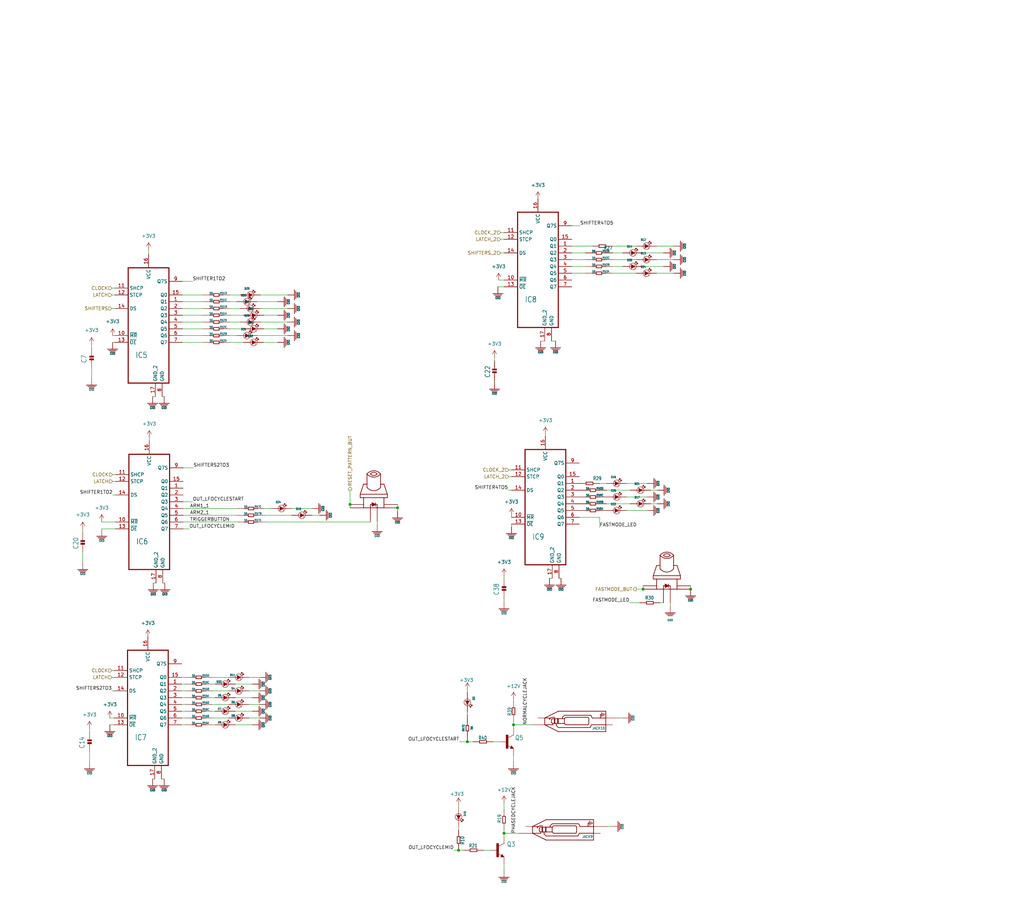
<source format=kicad_sch>
(kicad_sch (version 20211123) (generator eeschema)
  (paper "User" 383.413 344.754)
  (junction (at 240.792 220.726))
  (junction (at 148.844 190.246))
  (junction (at 258.572 220.726))
  (junction (at 175.006 277.876))
  (junction (at 188.722 312.166))
  (junction (at 192.278 271.526))
  (junction (at 131.064 188.976))
  (junction (at 171.704 318.516))
  (wire (pts (xy 175.006 267.716) (xy 175.006 266.954)))
  (wire (pts (xy 188.722 215.646) (xy 188.722 216.662)))
  (wire (pts (xy 171.704 309.88) (xy 171.704 310.896)))
  (wire (pts (xy 234.696 181.102) (xy 242.316 181.102)))
  (wire (pts (xy 55.626 93.472) (xy 55.626 95.25)))
  (wire (pts (xy 187.452 94.742) (xy 188.722 94.742)))
  (wire (pts (xy 43.18 177.8) (xy 42.164 177.8)))
  (wire (pts (xy 68.326 105.41) (xy 72.136 105.41)))
  (wire (pts (xy 177.038 277.876) (xy 175.006 277.876)))
  (wire (pts (xy 42.926 107.95) (xy 41.91 107.95)))
  (wire (pts (xy 42.672 271.526) (xy 41.148 271.526)))
  (wire (pts (xy 185.166 143.256) (xy 185.166 142.748)))
  (wire (pts (xy 61.722 218.44) (xy 60.96 218.44)))
  (wire (pts (xy 42.164 128.27) (xy 42.926 128.27)))
  (wire (pts (xy 93.218 268.986) (xy 97.028 268.986)))
  (wire (pts (xy 43.18 185.42) (xy 42.164 185.42)))
  (wire (pts (xy 138.684 195.58) (xy 138.684 195.326)))
  (wire (pts (xy 68.58 190.5) (xy 88.9 190.5)))
  (wire (pts (xy 240.792 99.822) (xy 248.412 99.822)))
  (wire (pts (xy 186.69 104.902) (xy 188.722 104.902)))
  (wire (pts (xy 42.926 110.49) (xy 41.91 110.49)))
  (wire (pts (xy 88.9 195.58) (xy 68.58 195.58)))
  (wire (pts (xy 192.278 262.636) (xy 192.278 261.874)))
  (wire (pts (xy 191.516 193.04) (xy 191.516 193.802)))
  (wire (pts (xy 68.58 198.12) (xy 70.866 198.12)))
  (wire (pts (xy 131.064 188.976) (xy 131.064 190.246)))
  (wire (pts (xy 94.488 271.526) (xy 88.138 271.526)))
  (wire (pts (xy 242.316 186.182) (xy 234.696 186.182)))
  (wire (pts (xy 68.072 271.526) (xy 69.342 271.526)))
  (wire (pts (xy 97.536 110.49) (xy 107.696 110.49)))
  (wire (pts (xy 148.844 190.246) (xy 148.844 191.516)))
  (wire (pts (xy 88.138 261.366) (xy 94.488 261.366)))
  (wire (pts (xy 190.246 183.642) (xy 191.516 183.642)))
  (wire (pts (xy 171.704 318.516) (xy 173.482 318.516)))
  (wire (pts (xy 68.072 266.446) (xy 69.342 266.446)))
  (wire (pts (xy 86.106 118.11) (xy 91.186 118.11)))
  (wire (pts (xy 231.902 268.986) (xy 232.918 268.986)))
  (wire (pts (xy 98.806 128.27) (xy 103.886 128.27)))
  (wire (pts (xy 99.06 193.04) (xy 109.22 193.04)))
  (wire (pts (xy 43.18 198.12) (xy 38.1 198.12)))
  (wire (pts (xy 188.722 310.896) (xy 188.722 312.166)))
  (wire (pts (xy 97.028 253.746) (xy 93.218 253.746)))
  (wire (pts (xy 88.138 266.446) (xy 94.488 266.446)))
  (wire (pts (xy 181.102 318.516) (xy 183.642 318.516)))
  (wire (pts (xy 61.468 291.846) (xy 60.452 291.846)))
  (wire (pts (xy 224.536 193.802) (xy 216.916 193.802)))
  (wire (pts (xy 103.886 113.03) (xy 96.266 113.03)))
  (wire (pts (xy 68.072 261.366) (xy 69.342 261.366)))
  (wire (pts (xy 245.872 97.282) (xy 252.222 97.282)))
  (wire (pts (xy 68.58 175.26) (xy 72.39 175.26)))
  (wire (pts (xy 68.326 118.11) (xy 75.946 118.11)))
  (wire (pts (xy 61.468 148.59) (xy 60.706 148.59)))
  (wire (pts (xy 38.1 198.12) (xy 38.1 198.374)))
  (wire (pts (xy 240.792 219.456) (xy 240.792 220.726)))
  (wire (pts (xy 33.528 285.496) (xy 33.528 281.686)))
  (wire (pts (xy 42.672 251.206) (xy 41.91 251.206)))
  (wire (pts (xy 239.522 225.806) (xy 235.712 225.806)))
  (wire (pts (xy 187.452 89.662) (xy 188.722 89.662)))
  (wire (pts (xy 99.06 190.5) (xy 101.6 190.5)))
  (wire (pts (xy 141.224 196.596) (xy 141.224 195.326)))
  (wire (pts (xy 103.886 123.19) (xy 98.806 123.19)))
  (wire (pts (xy 252.222 92.202) (xy 245.872 92.202)))
  (wire (pts (xy 131.064 183.642) (xy 131.064 188.976)))
  (wire (pts (xy 238.252 220.726) (xy 240.792 220.726)))
  (wire (pts (xy 68.326 125.73) (xy 75.946 125.73)))
  (wire (pts (xy 86.106 125.73) (xy 88.646 125.73)))
  (wire (pts (xy 235.966 188.722) (xy 227.076 188.722)))
  (wire (pts (xy 41.91 258.826) (xy 42.672 258.826)))
  (wire (pts (xy 188.722 323.596) (xy 188.722 326.136)))
  (wire (pts (xy 204.216 162.56) (xy 204.216 163.322)))
  (wire (pts (xy 188.722 312.166) (xy 188.722 313.436)))
  (wire (pts (xy 86.106 115.57) (xy 89.916 115.57)))
  (wire (pts (xy 43.18 180.34) (xy 42.164 180.34)))
  (wire (pts (xy 192.278 271.526) (xy 192.278 272.796)))
  (wire (pts (xy 57.15 148.59) (xy 58.166 148.59)))
  (wire (pts (xy 97.028 263.906) (xy 93.218 263.906)))
  (wire (pts (xy 79.502 263.906) (xy 85.598 263.906)))
  (wire (pts (xy 68.072 268.986) (xy 69.342 268.986)))
  (wire (pts (xy 68.072 263.906) (xy 69.342 263.906)))
  (wire (pts (xy 79.502 271.526) (xy 80.518 271.526)))
  (wire (pts (xy 86.106 120.65) (xy 89.916 120.65)))
  (wire (pts (xy 68.326 123.19) (xy 75.946 123.19)))
  (wire (pts (xy 97.536 115.57) (xy 107.696 115.57)))
  (wire (pts (xy 93.218 258.826) (xy 97.028 258.826)))
  (wire (pts (xy 217.17 84.582) (xy 214.122 84.582)))
  (wire (pts (xy 188.722 303.276) (xy 188.722 300.736)))
  (wire (pts (xy 229.362 99.822) (xy 233.172 99.822)))
  (wire (pts (xy 202.438 127.762) (xy 203.962 127.762)))
  (wire (pts (xy 227.076 183.642) (xy 235.966 183.642)))
  (wire (pts (xy 55.88 163.83) (xy 55.88 165.1)))
  (wire (pts (xy 171.704 318.516) (xy 169.926 318.516)))
  (wire (pts (xy 258.572 220.726) (xy 258.572 219.456)))
  (wire (pts (xy 224.536 181.102) (xy 227.076 181.102)))
  (wire (pts (xy 240.792 94.742) (xy 248.412 94.742)))
  (wire (pts (xy 42.672 268.986) (xy 41.148 268.986)))
  (wire (pts (xy 243.586 183.642) (xy 246.126 183.642)))
  (wire (pts (xy 107.696 120.65) (xy 97.536 120.65)))
  (wire (pts (xy 229.362 102.362) (xy 238.252 102.362)))
  (wire (pts (xy 191.516 176.022) (xy 190.5 176.022)))
  (wire (pts (xy 188.722 312.166) (xy 194.31 312.166)))
  (wire (pts (xy 68.326 110.49) (xy 75.946 110.49)))
  (wire (pts (xy 243.586 188.722) (xy 246.126 188.722)))
  (wire (pts (xy 192.278 282.956) (xy 192.278 285.496)))
  (wire (pts (xy 238.252 92.202) (xy 229.362 92.202)))
  (wire (pts (xy 171.704 302.26) (xy 171.704 301.498)))
  (wire (pts (xy 99.06 195.58) (xy 138.684 195.58)))
  (wire (pts (xy 227.33 309.626) (xy 228.854 309.626)))
  (wire (pts (xy 247.142 225.806) (xy 248.412 225.806)))
  (wire (pts (xy 210.058 216.662) (xy 209.296 216.662)))
  (wire (pts (xy 94.488 256.286) (xy 88.138 256.286)))
  (wire (pts (xy 186.436 107.442) (xy 188.722 107.442)))
  (wire (pts (xy 79.502 266.446) (xy 80.518 266.446)))
  (wire (pts (xy 192.278 270.256) (xy 192.278 271.526)))
  (wire (pts (xy 57.15 291.846) (xy 57.912 291.846)))
  (wire (pts (xy 224.536 197.612) (xy 224.536 193.802)))
  (wire (pts (xy 98.806 118.11) (xy 103.886 118.11)))
  (wire (pts (xy 68.072 253.746) (xy 69.342 253.746)))
  (wire (pts (xy 68.326 115.57) (xy 75.946 115.57)))
  (wire (pts (xy 234.696 191.262) (xy 242.316 191.262)))
  (wire (pts (xy 221.742 92.202) (xy 214.122 92.202)))
  (wire (pts (xy 30.988 207.01) (xy 30.988 210.82)))
  (wire (pts (xy 171.958 277.876) (xy 175.006 277.876)))
  (wire (pts (xy 79.502 253.746) (xy 85.598 253.746)))
  (wire (pts (xy 250.952 227.076) (xy 250.952 225.806)))
  (wire (pts (xy 119.634 193.04) (xy 116.84 193.04)))
  (wire (pts (xy 191.516 178.562) (xy 190.5 178.562)))
  (wire (pts (xy 68.072 256.286) (xy 69.342 256.286)))
  (wire (pts (xy 219.202 97.282) (xy 214.122 97.282)))
  (wire (pts (xy 68.58 193.04) (xy 88.9 193.04)))
  (wire (pts (xy 34.29 130.302) (xy 34.29 129.032)))
  (wire (pts (xy 38.1 195.58) (xy 38.1 195.326)))
  (wire (pts (xy 245.872 102.362) (xy 252.222 102.362)))
  (wire (pts (xy 68.326 120.65) (xy 75.946 120.65)))
  (wire (pts (xy 233.172 94.742) (xy 229.362 94.742)))
  (wire (pts (xy 33.528 272.796) (xy 33.528 274.066)))
  (wire (pts (xy 68.58 187.96) (xy 72.136 187.96)))
  (wire (pts (xy 184.658 277.876) (xy 187.198 277.876)))
  (wire (pts (xy 79.502 256.286) (xy 80.518 256.286)))
  (wire (pts (xy 219.202 99.822) (xy 214.122 99.822)))
  (wire (pts (xy 57.404 218.44) (xy 58.42 218.44)))
  (wire (pts (xy 205.74 216.662) (xy 206.756 216.662)))
  (wire (pts (xy 86.106 123.19) (xy 91.186 123.19)))
  (wire (pts (xy 191.516 197.358) (xy 191.516 196.342)))
  (wire (pts (xy 219.202 94.742) (xy 214.122 94.742)))
  (wire (pts (xy 43.18 195.58) (xy 38.1 195.58)))
  (wire (pts (xy 208.026 127.762) (xy 206.502 127.762)))
  (wire (pts (xy 79.502 261.366) (xy 80.518 261.366)))
  (wire (pts (xy 42.164 125.73) (xy 42.926 125.73)))
  (wire (pts (xy 187.452 87.122) (xy 188.722 87.122)))
  (wire (pts (xy 79.502 268.986) (xy 85.598 268.986)))
  (wire (pts (xy 86.106 128.27) (xy 91.186 128.27)))
  (wire (pts (xy 42.672 253.746) (xy 41.91 253.746)))
  (wire (pts (xy 185.166 133.858) (xy 185.166 135.128)))
  (wire (pts (xy 109.22 190.5) (xy 116.84 190.5)))
  (wire (pts (xy 86.106 113.03) (xy 88.646 113.03)))
  (wire (pts (xy 219.202 102.362) (xy 214.122 102.362)))
  (wire (pts (xy 107.696 125.73) (xy 96.266 125.73)))
  (wire (pts (xy 238.252 97.282) (xy 229.362 97.282)))
  (wire (pts (xy 42.926 115.57) (xy 41.91 115.57)))
  (wire (pts (xy 175.006 259.334) (xy 175.006 258.318)))
  (wire (pts (xy 188.722 225.552) (xy 188.722 224.282)))
  (wire (pts (xy 34.29 137.922) (xy 34.29 141.732)))
  (wire (pts (xy 86.106 110.49) (xy 89.916 110.49)))
  (wire (pts (xy 68.072 258.826) (xy 69.342 258.826)))
  (wire (pts (xy 68.326 128.27) (xy 75.946 128.27)))
  (wire (pts (xy 79.502 258.826) (xy 85.598 258.826)))
  (wire (pts (xy 192.278 271.526) (xy 198.882 271.526)))
  (wire (pts (xy 68.326 113.03) (xy 75.946 113.03)))
  (wire (pts (xy 30.988 198.12) (xy 30.988 199.39)))
  (wire (pts (xy 148.844 190.246) (xy 148.844 188.976)))
  (label "ARM1_1" (at 71.12 190.5 0) (effects (font (size 1.2446 1.2446))))
  (label "FASTMODE_LED" (at 235.712 225.806 180) (effects (font (size 1.2446 1.2446))))
  (label "FASTMODE_LED" (at 224.536 197.612 0) (effects (font (size 1.2446 1.2446))))
  (label "SHIFTER4TO5" (at 190.246 183.642 180))
  (label "TRIGGERBUTTON" (at 71.12 195.58 0) (effects (font (size 1.2446 1.2446))))
  (label "SHIFTERS2TO3" (at 41.91 258.826 180) (effects (font (size 1.2446 1.2446))))
  (label "PHASEDCYCLEJACK" (at 193.294 312.166 90) (effects (font (size 1.2446 1.2446))))
  (label "OUT_LFOCYCLEMID" (at 169.926 318.516 180) (effects (font (size 1.2446 1.2446))))
  (label "SHIFTER1TO2" (at 72.136 105.41 0) (effects (font (size 1.2446 1.2446))))
  (label "OUT_LFOCYCLESTART" (at 171.958 277.876 180) (effects (font (size 1.2446 1.2446))))
  (label "ARM2_1" (at 71.12 193.04 0) (effects (font (size 1.2446 1.2446))))
  (label "OUT_LFOCYCLESTART" (at 72.136 187.96 0) (effects (font (size 1.2446 1.2446))))
  (label "NORMALCYCLEJACK" (at 197.612 271.526 90) (effects (font (size 1.2446 1.2446))))
  (label "OUT_LFOCYCLEMID" (at 70.866 198.12 0) (effects (font (size 1.2446 1.2446))))
  (label "SHIFTERS2TO3" (at 72.39 175.26 0) (effects (font (size 1.2446 1.2446))))
  (label "SHIFTER1TO2" (at 42.164 185.42 180) (effects (font (size 1.2446 1.2446))))
  (label "SHIFTER4TO5" (at 217.17 84.582 0))
  (hierarchical_label "LATCH" (shape input) (at 41.91 110.49 180) (effects (font (size 1.2446 1.2446))))
  (hierarchical_label "RESET_PATTERN_BUT" (shape output) (at 131.064 183.642 90) (effects (font (size 1.2446 1.2446))))
  (hierarchical_label "SHIFTERS_2" (shape input) (at 187.452 94.742 180) (effects (font (size 1.2446 1.2446))))
  (hierarchical_label "LATCH_2" (shape input) (at 190.5 178.562 180) (effects (font (size 1.2446 1.2446))))
  (hierarchical_label "LATCH" (shape input) (at 41.91 253.746 180) (effects (font (size 1.2446 1.2446))))
  (hierarchical_label "CLOCK_2" (shape input) (at 190.5 176.022 180) (effects (font (size 1.2446 1.2446))))
  (hierarchical_label "LATCH" (shape input) (at 42.164 180.34 180) (effects (font (size 1.2446 1.2446))))
  (hierarchical_label "FASTMODE_BUT" (shape output) (at 238.252 220.726 180) (effects (font (size 1.2446 1.2446))))
  (hierarchical_label "CLOCK_2" (shape input) (at 187.452 87.122 180) (effects (font (size 1.2446 1.2446))))
  (hierarchical_label "LATCH_2" (shape input) (at 187.452 89.662 180) (effects (font (size 1.2446 1.2446))))
  (hierarchical_label "CLOCK" (shape input) (at 41.91 107.95 180) (effects (font (size 1.2446 1.2446))))
  (hierarchical_label "SHIFTERS" (shape input) (at 41.91 115.57 180) (effects (font (size 1.2446 1.2446))))
  (hierarchical_label "CLOCK" (shape input) (at 41.91 251.206 180) (effects (font (size 1.2446 1.2446))))
  (hierarchical_label "CLOCK" (shape input) (at 42.164 177.8 180) (effects (font (size 1.2446 1.2446))))
  (symbol (lib_id "TINRS - Wobbler (pico)sch-eagle-import:GND") (at 250.952 229.616 0) (unit 1)
    (property "Reference" "#GND099" (effects hide))
    (property "Value" "GND" (at 250.952 231.902 0) (effects (font (size 0.762 0.6477)) (justify top)))
  )
  (symbol (lib_id "TINRS - Wobbler (pico)sch-eagle-import:4R-N0402ARV341") (at 74.422 266.446 0) (unit 3)
    (property "Reference" "RN6" (at 75.692 266.192 0) (effects (font (size 0.762 0.6477)) (justify left bottom)))
    (property "Value" "56" (at 73.152 266.192 0) (effects (font (size 0.762 0.6477)) (justify right bottom)))
    (property "Footprint" "TINRS - Wobbler (pico)sch:4X0402ARV341" (effects hide))
  )
  (symbol (lib_id "TINRS - Wobbler (pico)sch-eagle-import:GND") (at 97.028 256.286 90) (unit 1)
    (property "Reference" "#GND056" (effects hide))
    (property "Value" "GND" (at 98.298 256.286 0) (effects (font (size 0.762 0.6477)) (justify top)))
  )
  (symbol (lib_id "TINRS - Wobbler (pico)sch-eagle-import:4R-N0402ARV341") (at 81.026 125.73 0) (unit 2)
    (property "Reference" "RN2" (at 82.296 125.476 0) (effects (font (size 0.762 0.6477)) (justify left bottom)))
    (property "Value" "56" (at 79.756 125.476 0) (effects (font (size 0.762 0.6477)) (justify right bottom)))
    (property "Footprint" "TINRS - Wobbler (pico)sch:4X0402ARV341" (effects hide))
  )
  (symbol (lib_id "TINRS - Wobbler (pico)sch-eagle-import:GND") (at 61.468 151.13 0) (unit 1)
    (property "Reference" "#GND097" (effects hide))
    (property "Value" "GND" (at 61.468 152.4 0) (effects (font (size 0.762 0.6477)) (justify top)))
  )
  (symbol (lib_id "TINRS - Wobbler (pico)sch-eagle-import:4R-N0402ARV341") (at 224.282 97.282 0) (unit 3)
    (property "Reference" "RN3" (at 225.552 97.028 0) (effects (font (size 0.762 0.6477)) (justify left bottom)))
    (property "Value" "56" (at 223.012 97.028 0) (effects (font (size 0.762 0.6477)) (justify right bottom)))
    (property "Footprint" "TINRS - Wobbler (pico)sch:4X0402ARV341" (effects hide))
  )
  (symbol (lib_id "TINRS - Wobbler (pico)sch-eagle-import:4R-N0402ARV341") (at 221.996 188.722 0) (unit 2)
    (property "Reference" "RN9" (at 223.266 188.468 0) (effects (font (size 0.762 0.6477)) (justify left bottom)))
    (property "Value" "56" (at 220.726 188.468 0) (effects (font (size 0.762 0.6477)) (justify right bottom)))
    (property "Footprint" "TINRS - Wobbler (pico)sch:4X0402ARV341" (effects hide))
  )
  (symbol (lib_id "TINRS - Wobbler (pico)sch-eagle-import:4R-N0402ARV341") (at 81.026 115.57 0) (unit 2)
    (property "Reference" "RN1" (at 82.296 115.316 0) (effects (font (size 0.762 0.6477)) (justify left bottom)))
    (property "Value" "56" (at 79.756 115.316 0) (effects (font (size 0.762 0.6477)) (justify right bottom)))
    (property "Footprint" "TINRS - Wobbler (pico)sch:4X0402ARV341" (effects hide))
  )
  (symbol (lib_id "TINRS - Wobbler (pico)sch-eagle-import:GND") (at 205.74 219.202 0) (unit 1)
    (property "Reference" "#GND0128" (effects hide))
    (property "Value" "GND" (at 205.74 220.472 0) (effects (font (size 0.762 0.6477)) (justify top)))
  )
  (symbol (lib_id "TINRS - Wobbler (pico)sch-eagle-import:GND") (at 61.722 220.98 0) (unit 1)
    (property "Reference" "#GND095" (effects hide))
    (property "Value" "GND" (at 61.722 222.25 0) (effects (font (size 0.762 0.6477)) (justify top)))
  )
  (symbol (lib_id "TINRS - Wobbler (pico)sch-eagle-import:LED3MM") (at 230.886 181.102 0) (unit 1)
    (property "Reference" "D16" (at 228.6762 178.308 0) (effects (font (size 0.762 0.6477)) (justify left top)))
    (property "Value" "LED3MM" (effects hide))
    (property "Footprint" "3MMLED" (effects hide))
  )
  (symbol (lib_id "TINRS - Wobbler (pico)sch-eagle-import:GND") (at 30.988 213.36 0) (unit 1)
    (property "Reference" "#GND083" (effects hide))
    (property "Value" "GND" (at 30.988 214.63 0) (effects (font (size 0.762 0.6477)) (justify top)))
  )
  (symbol (lib_id "TINRS - Wobbler (pico)sch-eagle-import:GND") (at 250.952 94.742 90) (unit 1)
    (property "Reference" "#GND032" (effects hide))
    (property "Value" "GND" (at 252.222 94.742 0) (effects (font (size 0.762 0.6477)) (justify top)))
  )
  (symbol (lib_id "power:+3.3V") (at 55.372 238.506 0) (unit 1)
    (property "Reference" "#PWR0135" (effects hide))
    (property "Value" "+3.3V" (at 55.372 233.426 0))
  )
  (symbol (lib_id "TINRS - Wobbler (pico)sch-eagle-import:LED3MM") (at 236.982 99.822 0) (unit 1)
    (property "Reference" "D35" (at 234.7722 97.028 0) (effects (font (size 0.762 0.6477)) (justify left top)))
    (property "Value" "LED3MM" (effects hide))
    (property "Footprint" "3MMLED" (effects hide))
  )
  (symbol (lib_id "TINRS - Wobbler (pico)sch-eagle-import:GND") (at 235.458 268.986 90) (unit 1)
    (property "Reference" "#GND0143" (effects hide))
    (property "Value" "GND" (at 236.728 268.986 0) (effects (font (size 0.762 0.6477)) (justify top)))
  )
  (symbol (lib_id "TINRS - Wobbler (pico)sch-eagle-import:GND") (at 258.572 223.266 0) (unit 1)
    (property "Reference" "#GND0122" (effects hide))
    (property "Value" "GND" (at 258.572 224.536 0) (effects (font (size 0.762 0.6477)) (justify top)))
  )
  (symbol (lib_id "TINRS - Wobbler (pico)sch-eagle-import:R-0603") (at 192.278 266.446 90) (unit 1)
    (property "Reference" "R39" (at 191.516 268.224 0) (effects (font (size 1.27 1.0795)) (justify left bottom)))
    (property "Value" "10k" (at 195.072 268.224 0) (effects (font (size 1.27 1.0795)) (justify left bottom)))
    (property "Footprint" "R0603" (effects hide))
    (property "Value" "unknown" (effects hide))
  )
  (symbol (lib_id "TINRS - Wobbler (pico)sch-eagle-import:4R-N0402ARV341") (at 221.996 186.182 0) (unit 3)
    (property "Reference" "RN9" (at 223.266 185.928 0) (effects (font (size 0.762 0.6477)) (justify left bottom)))
    (property "Value" "56" (at 220.726 185.928 0) (effects (font (size 0.762 0.6477)) (justify right bottom)))
    (property "Footprint" "TINRS - Wobbler (pico)sch:4X0402ARV341" (effects hide))
  )
  (symbol (lib_id "TINRS - Wobbler (pico)sch-eagle-import:GND") (at 106.426 118.11 90) (mirror x) (unit 1)
    (property "Reference" "#GND066" (effects hide))
    (property "Value" "GND" (at 107.696 118.11 0) (effects (font (size 0.762 0.6477)) (justify top)))
  )
  (symbol (lib_id "TINRS - Wobbler (pico)sch-eagle-import:74HC595BQ") (at 55.372 263.906 0) (unit 1)
    (property "Reference" "IC7" (at 50.419 277.4188 0) (effects (font (size 2.0828 1.7703)) (justify left bottom)))
    (property "Value" "74HC595BQ" (at 64.262 274.066 90) (effects (font (size 1.016 0.8636)) (justify right top)))
    (property "Footprint" "QFN50P250X350X100-17N" (effects hide))
    (property "Value" "NXP" (effects hide))
  )
  (symbol (lib_id "TINRS - Wobbler (pico)sch-eagle-import:GND") (at 99.568 268.986 90) (mirror x) (unit 1)
    (property "Reference" "#GND058" (effects hide))
    (property "Value" "GND" (at 100.838 268.986 0) (effects (font (size 0.762 0.6477)) (justify top)))
  )
  (symbol (lib_id "TINRS - Wobbler (pico)sch-eagle-import:GND") (at 97.028 261.366 90) (mirror x) (unit 1)
    (property "Reference" "#GND063" (effects hide))
    (property "Value" "GND" (at 98.298 261.366 0) (effects (font (size 0.762 0.6477)) (justify top)))
  )
  (symbol (lib_id "TINRS - Wobbler (pico)sch-eagle-import:GND") (at 38.1 200.914 0) (unit 1)
    (property "Reference" "#GND021" (effects hide))
    (property "Value" "GND" (at 38.1 202.184 0) (effects (font (size 0.762 0.6477)) (justify top)))
  )
  (symbol (lib_id "TINRS - Wobbler (pico)sch-eagle-import:4R-N0402ARV341") (at 74.422 253.746 0) (unit 4)
    (property "Reference" "RN5" (at 75.692 253.492 0) (effects (font (size 0.762 0.6477)) (justify left bottom)))
    (property "Value" "56" (at 73.152 253.492 0) (effects (font (size 0.762 0.6477)) (justify right bottom)))
    (property "Footprint" "TINRS - Wobbler (pico)sch:4X0402ARV341" (effects hide))
  )
  (symbol (lib_id "TINRS - Wobbler (pico)sch-eagle-import:C-EUC0402") (at 33.528 279.146 180) (unit 1)
    (property "Reference" "C14" (at 29.718 275.844 90) (effects (font (size 1.778 1.5113)) (justify left bottom)))
    (property "Value" "100nF" (at 34.798 274.828 90) (effects (font (size 1.778 1.5113)) (justify left bottom)))
    (property "Footprint" "C0402" (effects hide))
    (property "Value" "1759017" (effects hide))
  )
  (symbol (lib_id "TINRS - Wobbler (pico)sch-eagle-import:4R-N0402ARV341") (at 175.006 272.796 90) (unit 4)
    (property "Reference" "RN7" (at 173.99 274.066 0) (effects (font (size 0.762 0.6477)) (justify left bottom)))
    (property "Value" "56" (at 177.038 272.034 0) (effects (font (size 0.762 0.6477)) (justify right bottom)))
    (property "Footprint" "TINRS - Wobbler (pico)sch:4X0402ARV341" (effects hide))
  )
  (symbol (lib_id "power:+3.3V") (at 55.626 93.472 0) (unit 1)
    (property "Reference" "#PWR0124" (effects hide))
    (property "Value" "+3.3V" (at 55.626 88.392 0))
  )
  (symbol (lib_id "TINRS - Wobbler (pico)sch-eagle-import:GND") (at 42.164 130.81 0) (unit 1)
    (property "Reference" "#GND038" (effects hide))
    (property "Value" "GND" (at 42.164 132.08 0) (effects (font (size 0.762 0.6477)) (justify top)))
  )
  (symbol (lib_id "TINRS - Wobbler (pico)sch-eagle-import:GND") (at 191.516 199.898 0) (unit 1)
    (property "Reference" "#GND0130" (effects hide))
    (property "Value" "GND" (at 191.516 201.168 0) (effects (font (size 0.762 0.6477)) (justify top)))
  )
  (symbol (lib_id "TINRS - Wobbler (pico)sch-eagle-import:4R-N0402ARV341") (at 221.996 191.262 0) (unit 1)
    (property "Reference" "RN9" (at 223.266 191.008 0) (effects (font (size 0.762 0.6477)) (justify left bottom)))
    (property "Value" "56" (at 220.726 191.008 0) (effects (font (size 0.762 0.6477)) (justify right bottom)))
    (property "Footprint" "TINRS - Wobbler (pico)sch:4X0402ARV341" (effects hide))
  )
  (symbol (lib_id "TINRS - Wobbler (pico)sch-eagle-import:GND") (at 106.426 128.27 90) (unit 1)
    (property "Reference" "#GND057" (effects hide))
    (property "Value" "GND" (at 107.696 128.27 0) (effects (font (size 0.762 0.6477)) (justify top)))
  )
  (symbol (lib_id "TINRS - Wobbler (pico)sch-eagle-import:GND") (at 244.856 191.262 90) (unit 1)
    (property "Reference" "#GND0127" (effects hide))
    (property "Value" "GND" (at 246.126 191.262 0) (effects (font (size 0.762 0.6477)) (justify top)))
  )
  (symbol (lib_id "TINRS - Wobbler (pico)sch-eagle-import:C-EUC0402") (at 34.29 135.382 180) (unit 1)
    (property "Reference" "C7" (at 30.48 132.842 90) (effects (font (size 1.778 1.5113)) (justify left bottom)))
    (property "Value" "100nF" (at 35.306 130.81 90) (effects (font (size 1.778 1.5113)) (justify left bottom)))
    (property "Footprint" "C0402" (effects hide))
    (property "Value" "1759017" (effects hide))
  )
  (symbol (lib_id "TINRS - Wobbler (pico)sch-eagle-import:LED3MM") (at 93.726 120.65 0) (unit 1)
    (property "Reference" "D29" (at 91.5162 117.856 0) (effects (font (size 0.762 0.6477)) (justify left top)))
    (property "Value" "LED3MM" (effects hide))
    (property "Footprint" "3MMLED" (effects hide))
  )
  (symbol (lib_id "TINRS - Wobbler (pico)sch-eagle-import:C-EUC0402") (at 188.722 221.742 180) (unit 1)
    (property "Reference" "C38" (at 184.912 218.44 90) (effects (font (size 1.778 1.5113)) (justify left bottom)))
    (property "Value" "100nF" (at 189.992 217.678 90) (effects (font (size 1.778 1.5113)) (justify left bottom)))
    (property "Footprint" "C0402" (effects hide))
    (property "Value" "1759017" (effects hide))
  )
  (symbol (lib_id "power:+3.3V") (at 185.166 133.858 0) (unit 1)
    (property "Reference" "#PWR0123" (effects hide))
    (property "Value" "+3.3V" (at 185.166 128.778 0))
  )
  (symbol (lib_id "TINRS - Wobbler (pico)sch-eagle-import:GND") (at 97.028 271.526 90) (mirror x) (unit 1)
    (property "Reference" "#GND059" (effects hide))
    (property "Value" "GND" (at 98.298 271.526 0) (effects (font (size 0.762 0.6477)) (justify top)))
  )
  (symbol (lib_id "TINRS - Wobbler (pico)sch-eagle-import:LED3MM") (at 92.456 125.73 0) (unit 1)
    (property "Reference" "D31" (at 90.2462 122.936 0) (effects (font (size 0.762 0.6477)) (justify left top)))
    (property "Value" "LED3MM" (effects hide))
    (property "Footprint" "3MMLED" (effects hide))
  )
  (symbol (lib_id "TINRS - Wobbler (pico)sch-eagle-import:GND") (at 186.436 109.982 0) (unit 1)
    (property "Reference" "#GND085" (effects hide))
    (property "Value" "GND" (at 186.436 111.252 0) (effects (font (size 0.762 0.6477)) (justify top)))
  )
  (symbol (lib_id "TINRS - Wobbler (pico)sch-eagle-import:LED3MM") (at 89.408 258.826 0) (unit 1)
    (property "Reference" "D4" (at 86.614 257.556 0) (effects (font (size 0.762 0.6477)) (justify left top)))
    (property "Value" "LED3MM" (effects hide))
    (property "Footprint" "3MMLED" (effects hide))
  )
  (symbol (lib_id "TINRS - Wobbler (pico)sch-eagle-import:4R-N0402ARV341") (at 74.422 261.366 0) (unit 1)
    (property "Reference" "RN5" (at 75.692 261.112 0) (effects (font (size 0.762 0.6477)) (justify left bottom)))
    (property "Value" "56" (at 73.152 261.112 0) (effects (font (size 0.762 0.6477)) (justify right bottom)))
    (property "Footprint" "TINRS - Wobbler (pico)sch:4X0402ARV341" (effects hide))
  )
  (symbol (lib_id "power:+3.3V") (at 186.69 104.902 0) (unit 1)
    (property "Reference" "#PWR0122" (effects hide))
    (property "Value" "+3.3V" (at 186.69 99.822 0))
  )
  (symbol (lib_id "TINRS - Wobbler (pico)sch-eagle-import:74HC595BQ") (at 201.422 99.822 0) (unit 1)
    (property "Reference" "IC8" (at 196.469 113.3348 0) (effects (font (size 2.0828 1.7703)) (justify left bottom)))
    (property "Value" "74HC595BQ" (at 210.312 109.982 90) (effects (font (size 1.016 0.8636)) (justify right top)))
    (property "Footprint" "QFN50P250X350X100-17N" (effects hide))
    (property "Value" "NXP" (effects hide))
  )
  (symbol (lib_id "TINRS - Wobbler (pico)sch-eagle-import:4R-N0402ARV341") (at 224.282 99.822 0) (unit 2)
    (property "Reference" "RN3" (at 225.552 99.568 0) (effects (font (size 0.762 0.6477)) (justify left bottom)))
    (property "Value" "56" (at 223.012 99.568 0) (effects (font (size 0.762 0.6477)) (justify right bottom)))
    (property "Footprint" "TINRS - Wobbler (pico)sch:4X0402ARV341" (effects hide))
  )
  (symbol (lib_id "TINRS - Wobbler (pico)sch-eagle-import:GND") (at 61.468 294.386 0) (unit 1)
    (property "Reference" "#GND075" (effects hide))
    (property "Value" "GND" (at 61.468 295.656 0) (effects (font (size 0.762 0.6477)) (justify top)))
  )
  (symbol (lib_id "power:+3.3V") (at 34.29 129.032 0) (unit 1)
    (property "Reference" "#PWR0131" (effects hide))
    (property "Value" "+3.3V" (at 34.29 123.698 0))
  )
  (symbol (lib_id "TINRS - Wobbler (pico)sch-eagle-import:GND") (at 208.026 130.302 0) (unit 1)
    (property "Reference" "#GND084" (effects hide))
    (property "Value" "GND" (at 208.026 131.572 0) (effects (font (size 0.762 0.6477)) (justify top)))
  )
  (symbol (lib_id "TINRS - Wobbler (pico)sch-eagle-import:LED3MM") (at 84.328 271.526 0) (unit 1)
    (property "Reference" "D9" (at 81.534 270.256 0) (effects (font (size 0.762 0.6477)) (justify left top)))
    (property "Value" "LED3MM" (effects hide))
    (property "Footprint" "3MMLED" (effects hide))
  )
  (symbol (lib_id "TINRS - Wobbler (pico)sch-eagle-import:LED3MM") (at 230.886 191.262 0) (unit 1)
    (property "Reference" "D22" (at 228.6762 188.468 0) (effects (font (size 0.762 0.6477)) (justify left top)))
    (property "Value" "LED3MM" (effects hide))
    (property "Footprint" "3MMLED" (effects hide))
  )
  (symbol (lib_id "power:+3.3V") (at 38.1 195.326 0) (unit 1)
    (property "Reference" "#PWR0127" (effects hide))
    (property "Value" "+3.3V" (at 38.1 190.246 0))
  )
  (symbol (lib_id "power:+3.3V") (at 191.516 193.04 0) (unit 1)
    (property "Reference" "#PWR0128" (effects hide))
    (property "Value" "+3.3V" (at 191.516 187.96 0))
  )
  (symbol (lib_id "TINRS - Wobbler (pico)sch-eagle-import:GND") (at 188.722 328.676 0) (unit 1)
    (property "Reference" "#GND042" (effects hide))
    (property "Value" "GND" (at 188.722 329.946 0) (effects (font (size 0.762 0.6477)) (justify top)))
  )
  (symbol (lib_id "TINRS - Wobbler (pico)sch-eagle-import:GND") (at 188.722 228.092 0) (unit 1)
    (property "Reference" "#GND06" (effects hide))
    (property "Value" "GND" (at 188.722 229.362 0) (effects (font (size 0.762 0.6477)) (justify top)))
  )
  (symbol (lib_id "TINRS - Wobbler (pico)sch-eagle-import:LED3MM") (at 89.408 263.906 0) (unit 1)
    (property "Reference" "D6" (at 86.614 262.636 0) (effects (font (size 0.762 0.6477)) (justify left top)))
    (property "Value" "LED3MM" (effects hide))
    (property "Footprint" "3MMLED" (effects hide))
  )
  (symbol (lib_id "TINRS - Wobbler (pico)sch-eagle-import:GND") (at 248.666 188.722 90) (unit 1)
    (property "Reference" "#GND0123" (effects hide))
    (property "Value" "GND" (at 249.936 188.722 0) (effects (font (size 0.762 0.6477)) (justify top)))
  )
  (symbol (lib_id "TINRS - Wobbler (pico)sch-eagle-import:4R-N0402ARV341") (at 81.026 113.03 0) (unit 3)
    (property "Reference" "RN1" (at 82.296 112.776 0) (effects (font (size 0.762 0.6477)) (justify left bottom)))
    (property "Value" "56" (at 79.756 112.776 0) (effects (font (size 0.762 0.6477)) (justify right bottom)))
    (property "Footprint" "TINRS - Wobbler (pico)sch:4X0402ARV341" (effects hide))
  )
  (symbol (lib_id "TINRS - Wobbler (pico)sch-eagle-import:LED3MM") (at 89.408 268.986 0) (unit 1)
    (property "Reference" "D8" (at 86.614 267.716 0) (effects (font (size 0.762 0.6477)) (justify left top)))
    (property "Value" "LED3MM" (effects hide))
    (property "Footprint" "3MMLED" (effects hide))
  )
  (symbol (lib_id "power:+3.3V") (at 204.216 162.56 0) (unit 1)
    (property "Reference" "#PWR0129" (effects hide))
    (property "Value" "+3.3V" (at 204.216 157.48 0))
  )
  (symbol (lib_id "TINRS - Wobbler (pico)sch-eagle-import:R-0603") (at 180.848 277.876 0) (unit 1)
    (property "Reference" "R40" (at 179.07 277.114 0) (effects (font (size 1.27 1.0795)) (justify left bottom)))
    (property "Value" "100k" (at 178.562 280.67 0) (effects (font (size 1.27 1.0795)) (justify left bottom)))
    (property "Footprint" "R0603" (effects hide))
    (property "Value" "unknown" (effects hide))
  )
  (symbol (lib_id "TINRS - Wobbler (pico)sch-eagle-import:GND") (at 110.236 110.49 90) (mirror x) (unit 1)
    (property "Reference" "#GND071" (effects hide))
    (property "Value" "GND" (at 111.506 110.49 0) (effects (font (size 0.762 0.6477)) (justify top)))
  )
  (symbol (lib_id "TINRS - Wobbler (pico)sch-eagle-import:C-EUC0402") (at 30.988 204.47 180) (unit 1)
    (property "Reference" "C20" (at 27.432 201.168 90) (effects (font (size 1.778 1.5113)) (justify left bottom)))
    (property "Value" "100nF" (at 32.004 199.898 90) (effects (font (size 1.778 1.5113)) (justify left bottom)))
    (property "Footprint" "C0402" (effects hide))
    (property "Value" "1759017" (effects hide))
  )
  (symbol (lib_id "TINRS - Wobbler (pico)sch-eagle-import:LED3MM") (at 242.062 97.282 0) (unit 1)
    (property "Reference" "D13" (at 239.8522 94.488 0) (effects (font (size 0.762 0.6477)) (justify left top)))
    (property "Value" "LED3MM" (effects hide))
    (property "Footprint" "3MMLED" (effects hide))
  )
  (symbol (lib_id "TINRS - Wobbler (pico)sch-eagle-import:LED3MM") (at 239.776 188.722 0) (unit 1)
    (property "Reference" "D17" (at 237.5662 185.928 0) (effects (font (size 0.762 0.6477)) (justify left top)))
    (property "Value" "LED3MM" (effects hide))
    (property "Footprint" "3MMLED" (effects hide))
  )
  (symbol (lib_id "TINRS - Wobbler (pico)sch-eagle-import:LED3MM") (at 94.996 118.11 0) (unit 1)
    (property "Reference" "D28" (at 92.7862 115.316 0) (effects (font (size 0.762 0.6477)) (justify left top)))
    (property "Value" "LED3MM" (effects hide))
    (property "Footprint" "3MMLED" (effects hide))
  )
  (symbol (lib_id "TINRS - Wobbler (pico)sch-eagle-import:LED3MM") (at 175.006 263.144 270) (unit 1)
    (property "Reference" "D3" (at 177.8 260.9342 0) (effects (font (size 0.762 0.6477)) (justify left top)))
    (property "Value" "LED3MM" (effects hide))
    (property "Footprint" "3MMLED" (effects hide))
  )
  (symbol (lib_id "TINRS - Wobbler (pico)sch-eagle-import:GND") (at 106.426 123.19 90) (mirror x) (unit 1)
    (property "Reference" "#GND068" (effects hide))
    (property "Value" "GND" (at 107.696 123.19 0) (effects (font (size 0.762 0.6477)) (justify top)))
  )
  (symbol (lib_id "TINRS - Wobbler (pico)sch-eagle-import:GND") (at 244.856 186.182 90) (unit 1)
    (property "Reference" "#GND0125" (effects hide))
    (property "Value" "GND" (at 246.126 186.182 0) (effects (font (size 0.762 0.6477)) (justify top)))
  )
  (symbol (lib_id "power:+3.3V") (at 41.148 268.986 0) (unit 1)
    (property "Reference" "#PWR0136" (effects hide))
    (property "Value" "+3.3V" (at 41.148 263.906 0))
  )
  (symbol (lib_id "TINRS - Wobbler (pico)sch-eagle-import:LED3MM") (at 242.062 92.202 0) (unit 1)
    (property "Reference" "D12" (at 239.8522 89.408 0) (effects (font (size 0.762 0.6477)) (justify left top)))
    (property "Value" "LED3MM" (effects hide))
    (property "Footprint" "3MMLED" (effects hide))
  )
  (symbol (lib_id "power:+12V") (at 192.278 261.874 0) (unit 1)
    (property "Reference" "#PWR0138" (effects hide))
    (property "Value" "+12V" (at 192.278 257.048 0))
  )
  (symbol (lib_id "TINRS - Wobbler (pico)sch-eagle-import:LED3MM") (at 92.456 113.03 0) (unit 1)
    (property "Reference" "D26" (at 90.2462 110.236 0) (effects (font (size 0.762 0.6477)) (justify left top)))
    (property "Value" "LED3MM" (effects hide))
    (property "Footprint" "3MMLED" (effects hide))
  )
  (symbol (lib_id "power:+3.3V") (at 175.006 258.318 0) (unit 1)
    (property "Reference" "#PWR0139" (effects hide))
    (property "Value" "+3.3V" (at 177.292 254.762 0) (effects (justify right)))
  )
  (symbol (lib_id "power:+3.3V") (at 42.164 125.73 0) (unit 1)
    (property "Reference" "#PWR0125" (effects hide))
    (property "Value" "+3.3V" (at 42.164 120.396 0))
  )
  (symbol (lib_id "TINRS - Wobbler (pico)sch-eagle-import:R-0603") (at 243.332 225.806 180) (unit 1)
    (property "Reference" "R30" (at 244.856 223.266 0) (effects (font (size 1.27 1.0795)) (justify left bottom)))
    (property "Value" "56" (at 244.602 226.568 0) (effects (font (size 1.27 1.0795)) (justify left bottom)))
    (property "Footprint" "R0603" (effects hide))
    (property "Value" "unknown" (effects hide))
  )
  (symbol (lib_id "TINRS - Wobbler (pico)sch-eagle-import:4R-N0402ARV341") (at 74.422 258.826 0) (unit 2)
    (property "Reference" "RN5" (at 75.692 258.572 0) (effects (font (size 0.762 0.6477)) (justify left bottom)))
    (property "Value" "56" (at 73.152 258.572 0) (effects (font (size 0.762 0.6477)) (justify right bottom)))
    (property "Footprint" "TINRS - Wobbler (pico)sch:4X0402ARV341" (effects hide))
  )
  (symbol (lib_id "TINRS - Wobbler (pico)sch-eagle-import:GND") (at 141.224 199.136 0) (unit 1)
    (property "Reference" "#GND045" (effects hide))
    (property "Value" "GND" (at 141.224 200.406 0) (effects (font (size 0.762 0.6477)) (justify top)))
  )
  (symbol (lib_id "TINRS - Wobbler (pico)sch-eagle-import:4R-N0402ARV341") (at 81.026 110.49 0) (unit 4)
    (property "Reference" "RN1" (at 82.296 110.236 0) (effects (font (size 0.762 0.6477)) (justify left bottom)))
    (property "Value" "56" (at 79.756 110.236 0) (effects (font (size 0.762 0.6477)) (justify right bottom)))
    (property "Footprint" "TINRS - Wobbler (pico)sch:4X0402ARV341" (effects hide))
  )
  (symbol (lib_id "power:+3.3V") (at 55.88 163.83 0) (unit 1)
    (property "Reference" "#PWR0126" (effects hide))
    (property "Value" "+3.3V" (at 55.88 158.75 0))
  )
  (symbol (lib_id "TINRS - Wobbler (pico)sch-eagle-import:GND") (at 250.952 99.822 90) (unit 1)
    (property "Reference" "#GND054" (effects hide))
    (property "Value" "GND" (at 252.222 99.822 0) (effects (font (size 0.762 0.6477)) (justify top)))
  )
  (symbol (lib_id "TINRS - Wobbler (pico)sch-eagle-import:LED3MM") (at 239.776 183.642 0) (unit 1)
    (property "Reference" "D21" (at 237.5662 180.848 0) (effects (font (size 0.762 0.6477)) (justify left top)))
    (property "Value" "LED3MM" (effects hide))
    (property "Footprint" "3MMLED" (effects hide))
  )
  (symbol (lib_id "TINRS - Wobbler (pico)sch-eagle-import:GND") (at 254.762 92.202 90) (unit 1)
    (property "Reference" "#GND082" (effects hide))
    (property "Value" "GND" (at 256.032 92.202 0) (effects (font (size 0.762 0.6477)) (justify top)))
  )
  (symbol (lib_id "TINRS - Wobbler (pico)sch-eagle-import:LED3MM") (at 93.726 110.49 0) (unit 1)
    (property "Reference" "D25" (at 91.5162 107.696 0) (effects (font (size 0.762 0.6477)) (justify left top)))
    (property "Value" "LED3MM" (effects hide))
    (property "Footprint" "3MMLED" (effects hide))
  )
  (symbol (lib_id "TINRS - Wobbler (pico)sch-eagle-import:4R-N0402ARV341") (at 81.026 118.11 0) (unit 1)
    (property "Reference" "RN1" (at 82.296 117.856 0) (effects (font (size 0.762 0.6477)) (justify left bottom)))
    (property "Value" "56" (at 79.756 117.856 0) (effects (font (size 0.762 0.6477)) (justify right bottom)))
    (property "Footprint" "TINRS - Wobbler (pico)sch:4X0402ARV341" (effects hide))
  )
  (symbol (lib_id "TINRS - Wobbler (pico)sch-eagle-import:4R-N0402ARV341") (at 74.422 268.986 0) (unit 2)
    (property "Reference" "RN6" (at 75.692 268.732 0) (effects (font (size 0.762 0.6477)) (justify left bottom)))
    (property "Value" "56" (at 73.152 268.732 0) (effects (font (size 0.762 0.6477)) (justify right bottom)))
    (property "Footprint" "TINRS - Wobbler (pico)sch:4X0402ARV341" (effects hide))
  )
  (symbol (lib_id "TINRS - Wobbler (pico)sch-eagle-import:GND") (at 248.666 183.642 90) (unit 1)
    (property "Reference" "#GND0126" (effects hide))
    (property "Value" "GND" (at 249.936 183.642 0) (effects (font (size 0.762 0.6477)) (justify top)))
  )
  (symbol (lib_id "TINRS - Wobbler (pico)sch-eagle-import:GND") (at 99.568 263.906 90) (mirror x) (unit 1)
    (property "Reference" "#GND064" (effects hide))
    (property "Value" "GND" (at 100.838 263.906 0) (effects (font (size 0.762 0.6477)) (justify top)))
  )
  (symbol (lib_id "TINRS - Wobbler (pico)sch-eagle-import:GND") (at 110.236 125.73 90) (mirror x) (unit 1)
    (property "Reference" "#GND069" (effects hide))
    (property "Value" "GND" (at 111.506 125.73 0) (effects (font (size 0.762 0.6477)) (justify top)))
  )
  (symbol (lib_id "TINRS - Wobbler (pico)sch-eagle-import:GND") (at 119.38 190.5 90) (mirror x) (unit 1)
    (property "Reference" "#GND070" (effects hide))
    (property "Value" "GND" (at 120.65 190.5 0) (effects (font (size 0.762 0.6477)) (justify top)))
  )
  (symbol (lib_id "TINRS - Wobbler (pico)sch-eagle-import:R-0603") (at 177.292 318.516 0) (unit 1)
    (property "Reference" "R21" (at 175.514 317.5 0) (effects (font (size 1.27 1.0795)) (justify left bottom)))
    (property "Value" "100k" (at 175.006 321.564 0) (effects (font (size 1.27 1.0795)) (justify left bottom)))
    (property "Footprint" "R0603" (effects hide))
    (property "Value" "unknown" (effects hide))
  )
  (symbol (lib_name "AUDIO-JACK_SMALLSYMBOL_1") (lib_id "TINRS - Wobbler (pico)sch-eagle-import:AUDIO-JACK_SMALLSYMBOL") (at 216.662 271.526 90) (unit 1)
    (property "Reference" "JACK10" (at 226.568 272.796 90) (effects (font (size 1.016 0.8636)) (justify left)))
    (property "Value" "AUDIO-JACK_SMALLSYMBOL" (effects hide))
    (property "Footprint" "3.5MM-JACK-SWITCH-13MM-NOHOLES-TESTPAD" (effects hide))
    (property "Value" "AUDIO-JACK_SMALLSYMBOL" (effects hide))
  )
  (symbol (lib_id "TINRS - Wobbler (pico)sch-eagle-import:GND") (at 244.856 181.102 90) (unit 1)
    (property "Reference" "#GND0124" (effects hide))
    (property "Value" "GND" (at 246.126 181.102 0) (effects (font (size 0.762 0.6477)) (justify top)))
  )
  (symbol (lib_id "TINRS - Wobbler (pico)sch-eagle-import:GND") (at 254.762 102.362 90) (unit 1)
    (property "Reference" "#GND055" (effects hide))
    (property "Value" "GND" (at 256.032 102.362 0) (effects (font (size 0.762 0.6477)) (justify top)))
  )
  (symbol (lib_id "TINRS - Wobbler (pico)sch-eagle-import:GND") (at 148.844 194.056 0) (unit 1)
    (property "Reference" "#GND048" (effects hide))
    (property "Value" "GND" (at 148.844 195.326 0) (effects (font (size 0.762 0.6477)) (justify top)))
  )
  (symbol (lib_id "TINRS - Wobbler (pico)sch-eagle-import:GND") (at 122.174 193.04 90) (mirror x) (unit 1)
    (property "Reference" "#GND060" (effects hide))
    (property "Value" "GND" (at 123.444 193.04 0) (effects (font (size 0.762 0.6477)) (justify top)))
  )
  (symbol (lib_id "TINRS - Wobbler (pico)sch-eagle-import:R-0603") (at 188.722 307.086 90) (unit 1)
    (property "Reference" "R19" (at 187.706 308.356 0) (effects (font (size 1.27 1.0795)) (justify left bottom)))
    (property "Value" "10k" (at 191.262 308.102 0) (effects (font (size 1.27 1.0795)) (justify left bottom)))
    (property "Footprint" "R0603" (effects hide))
    (property "Value" "unknown" (effects hide))
  )
  (symbol (lib_id "TINRS - Wobbler (pico)sch-eagle-import:4R-N0402ARV341") (at 93.98 193.04 0) (unit 2)
    (property "Reference" "RN7" (at 95.25 192.786 0) (effects (font (size 0.762 0.6477)) (justify left bottom)))
    (property "Value" "56" (at 92.71 192.786 0) (effects (font (size 0.762 0.6477)) (justify right bottom)))
    (property "Footprint" "TINRS - Wobbler (pico)sch:4X0402ARV341" (effects hide))
  )
  (symbol (lib_id "TINRS - Wobbler (pico)sch-eagle-import:4R-N0402ARV341") (at 81.026 128.27 0) (unit 1)
    (property "Reference" "RN2" (at 82.296 128.016 0) (effects (font (size 0.762 0.6477)) (justify left bottom)))
    (property "Value" "56" (at 79.756 128.016 0) (effects (font (size 0.762 0.6477)) (justify right bottom)))
    (property "Footprint" "TINRS - Wobbler (pico)sch:4X0402ARV341" (effects hide))
  )
  (symbol (lib_id "TINRS - Wobbler (pico)sch-eagle-import:LED3MM") (at 89.408 253.746 0) (unit 1)
    (property "Reference" "D11" (at 86.106 252.476 0) (effects (font (size 0.762 0.6477)) (justify left top)))
    (property "Value" "LED3MM" (effects hide))
    (property "Footprint" "3MMLED" (effects hide))
  )
  (symbol (lib_id "TINRS - Wobbler (pico)sch-eagle-import:R-0603") (at 171.704 314.706 270) (unit 1)
    (property "Reference" "R10" (at 172.466 313.182 0) (effects (font (size 1.27 1.0795)) (justify left bottom)))
    (property "Value" "56" (at 168.91 313.69 0) (effects (font (size 1.27 1.0795)) (justify left bottom)))
    (property "Footprint" "R0603" (effects hide))
    (property "Value" "unknown" (effects hide))
  )
  (symbol (lib_id "TINRS - Wobbler (pico)sch-eagle-import:GND") (at 231.394 309.626 90) (unit 1)
    (property "Reference" "#GND0144" (effects hide))
    (property "Value" "GND" (at 232.664 309.626 0) (effects (font (size 0.762 0.6477)) (justify top)))
  )
  (symbol (lib_id "TINRS - Wobbler (pico)sch-eagle-import:LED3MM") (at 84.328 256.286 0) (unit 1)
    (property "Reference" "D33" (at 81.026 255.016 0) (effects (font (size 0.762 0.6477)) (justify left top)))
    (property "Value" "LED3MM" (effects hide))
    (property "Footprint" "3MMLED" (effects hide))
  )
  (symbol (lib_id "TINRS - Wobbler (pico)sch-eagle-import:LED3MM") (at 242.062 102.362 0) (unit 1)
    (property "Reference" "D34" (at 239.8522 99.568 0) (effects (font (size 0.762 0.6477)) (justify left top)))
    (property "Value" "LED3MM" (effects hide))
    (property "Footprint" "3MMLED" (effects hide))
  )
  (symbol (lib_id "TINRS - Wobbler (pico)sch-eagle-import:GND") (at 41.148 274.066 0) (unit 1)
    (property "Reference" "#GND051" (effects hide))
    (property "Value" "GND" (at 41.148 275.336 0) (effects (font (size 0.762 0.6477)) (justify top)))
  )
  (symbol (lib_id "power:+3.3V") (at 171.704 301.498 0) (unit 1)
    (property "Reference" "#PWR0132" (effects hide))
    (property "Value" "+3.3V" (at 173.736 297.434 0) (effects (justify right)))
  )
  (symbol (lib_id "TINRS - Wobbler (pico)sch-eagle-import:4R-N0402ARV341") (at 74.422 271.526 0) (unit 1)
    (property "Reference" "RN6" (at 75.692 271.272 0) (effects (font (size 0.762 0.6477)) (justify left bottom)))
    (property "Value" "56" (at 73.152 271.272 0) (effects (font (size 0.762 0.6477)) (justify right bottom)))
    (property "Footprint" "TINRS - Wobbler (pico)sch:4X0402ARV341" (effects hide))
  )
  (symbol (lib_id "TINRS - Wobbler (pico)sch-eagle-import:GND") (at 192.278 288.036 0) (unit 1)
    (property "Reference" "#GND081" (effects hide))
    (property "Value" "GND" (at 192.278 289.306 0) (effects (font (size 0.762 0.6477)) (justify top)))
  )
  (symbol (lib_id "TINRS - Wobbler (pico)sch-eagle-import:LED3MM") (at 93.726 115.57 0) (unit 1)
    (property "Reference" "D27" (at 91.5162 112.776 0) (effects (font (size 0.762 0.6477)) (justify left top)))
    (property "Value" "LED3MM" (effects hide))
    (property "Footprint" "3MMLED" (effects hide))
  )
  (symbol (lib_id "TINRS - Wobbler (pico)sch-eagle-import:-NPN-SOT23-BEC") (at 186.182 318.516 0) (unit 1)
    (property "Reference" "Q3" (at 189.738 317.246 0) (effects (font (size 1.778 1.5113)) (justify left bottom)))
    (property "Value" "MMBT3904" (at 189.738 320.548 0) (effects (font (size 1.778 1.5113)) (justify left bottom)))
    (property "Footprint" "TINRS - Wobbler (pico)sch:SOT23-BEC" (effects hide))
    (property "Value" "2336795" (effects hide))
  )
  (symbol (lib_id "TINRS - Wobbler (pico)sch-eagle-import:LED3MM") (at 94.996 128.27 0) (unit 1)
    (property "Reference" "D32" (at 92.7862 125.476 0) (effects (font (size 0.762 0.6477)) (justify left top)))
    (property "Value" "LED3MM" (effects hide))
    (property "Footprint" "3MMLED" (effects hide))
  )
  (symbol (lib_id "TINRS - Wobbler (pico)sch-eagle-import:LED3MM") (at 230.886 186.182 0) (unit 1)
    (property "Reference" "D20" (at 228.6762 183.388 0) (effects (font (size 0.762 0.6477)) (justify left top)))
    (property "Value" "LED3MM" (effects hide))
    (property "Footprint" "3MMLED" (effects hide))
  )
  (symbol (lib_id "TINRS - Wobbler (pico)sch-eagle-import:4R-N0402ARV341") (at 224.282 102.362 0) (unit 1)
    (property "Reference" "RN3" (at 225.552 102.108 0) (effects (font (size 0.762 0.6477)) (justify left bottom)))
    (property "Value" "56" (at 223.012 102.108 0) (effects (font (size 0.762 0.6477)) (justify right bottom)))
    (property "Footprint" "TINRS - Wobbler (pico)sch:4X0402ARV341" (effects hide))
  )
  (symbol (lib_id "power:+3.3V") (at 201.422 74.422 0) (unit 1)
    (property "Reference" "#PWR0121" (effects hide))
    (property "Value" "+3.3V" (at 201.422 69.342 0))
  )
  (symbol (lib_id "TINRS - Wobbler (pico)sch-eagle-import:4R-N0402ARV341") (at 74.422 256.286 0) (unit 3)
    (property "Reference" "RN5" (at 75.692 256.032 0) (effects (font (size 0.762 0.6477)) (justify left bottom)))
    (property "Value" "56" (at 73.152 256.032 0) (effects (font (size 0.762 0.6477)) (justify right bottom)))
    (property "Footprint" "TINRS - Wobbler (pico)sch:4X0402ARV341" (effects hide))
  )
  (symbol (lib_id "TINRS - Wobbler (pico)sch-eagle-import:LED3MM") (at 113.03 193.04 0) (unit 1)
    (property "Reference" "D10" (at 110.8202 190.246 0) (effects (font (size 0.762 0.6477)) (justify left top)))
    (property "Value" "LED3MM" (effects hide))
    (property "Footprint" "3MMLED" (effects hide))
  )
  (symbol (lib_id "TINRS - Wobbler (pico)sch-eagle-import:GND") (at 33.528 288.036 0) (unit 1)
    (property "Reference" "#GND031" (effects hide))
    (property "Value" "GND" (at 33.528 289.306 0) (effects (font (size 0.762 0.6477)) (justify top)))
  )
  (symbol (lib_id "TINRS - Wobbler (pico)sch-eagle-import:R-0603") (at 225.552 92.202 180) (unit 1)
    (property "Reference" "R27" (at 229.362 92.202 0) (effects (font (size 1.27 1.0795)) (justify left bottom)))
    (property "Value" "56" (at 223.012 92.202 0) (effects (font (size 1.27 1.0795)) (justify left bottom)))
    (property "Footprint" "R0603" (effects hide))
    (property "Value" "unknown" (effects hide))
  )
  (symbol (lib_id "TINRS - Wobbler (pico)sch-eagle-import:SWITCH_W_LED_PB6149L-X-102YELLOW") (at 139.954 180.086 0) (unit 1)
    (property "Reference" "U$1" (effects hide))
    (property "Value" "SWITCH_W_LED_PB6149L-X-102YELLOW" (effects hide))
    (property "Footprint" "TINRS - Wobbler (pico)sch:PB6149L" (effects hide))
  )
  (symbol (lib_id "TINRS - Wobbler (pico)sch-eagle-import:LED3MM") (at 94.996 123.19 0) (unit 1)
    (property "Reference" "D30" (at 92.7862 120.396 0) (effects (font (size 0.762 0.6477)) (justify left top)))
    (property "Value" "LED3MM" (effects hide))
    (property "Footprint" "3MMLED" (effects hide))
  )
  (symbol (lib_id "TINRS - Wobbler (pico)sch-eagle-import:4R-N0402ARV341") (at 81.026 120.65 0) (unit 4)
    (property "Reference" "RN2" (at 82.296 120.396 0) (effects (font (size 0.762 0.6477)) (justify left bottom)))
    (property "Value" "56" (at 79.756 120.396 0) (effects (font (size 0.762 0.6477)) (justify right bottom)))
    (property "Footprint" "TINRS - Wobbler (pico)sch:4X0402ARV341" (effects hide))
  )
  (symbol (lib_id "TINRS - Wobbler (pico)sch-eagle-import:4R-N0402ARV341") (at 74.422 263.906 0) (unit 4)
    (property "Reference" "RN6" (at 75.692 263.652 0) (effects (font (size 0.762 0.6477)) (justify left bottom)))
    (property "Value" "56" (at 73.152 263.652 0) (effects (font (size 0.762 0.6477)) (justify right bottom)))
    (property "Footprint" "TINRS - Wobbler (pico)sch:4X0402ARV341" (effects hide))
  )
  (symbol (lib_id "TINRS - Wobbler (pico)sch-eagle-import:GND") (at 254.762 97.282 90) (unit 1)
    (property "Reference" "#GND020" (effects hide))
    (property "Value" "GND" (at 256.032 97.282 0) (effects (font (size 0.762 0.6477)) (justify top)))
  )
  (symbol (lib_id "TINRS - Wobbler (pico)sch-eagle-import:LED3MM") (at 171.704 306.07 270) (unit 1)
    (property "Reference" "D40" (at 174.498 303.8602 0) (effects (font (size 0.762 0.6477)) (justify left top)))
    (property "Value" "LED3MM" (effects hide))
    (property "Footprint" "3MMLED" (effects hide))
  )
  (symbol (lib_id "TINRS - Wobbler (pico)sch-eagle-import:4R-N0402ARV341") (at 81.026 123.19 0) (unit 3)
    (property "Reference" "RN2" (at 82.296 122.936 0) (effects (font (size 0.762 0.6477)) (justify left bottom)))
    (property "Value" "56" (at 79.756 122.936 0) (effects (font (size 0.762 0.6477)) (justify right bottom)))
    (property "Footprint" "TINRS - Wobbler (pico)sch:4X0402ARV341" (effects hide))
  )
  (symbol (lib_id "TINRS - Wobbler (pico)sch-eagle-import:GND") (at 110.236 115.57 90) (mirror x) (unit 1)
    (property "Reference" "#GND073" (effects hide))
    (property "Value" "GND" (at 111.506 115.57 0) (effects (font (size 0.762 0.6477)) (justify top)))
  )
  (symbol (lib_id "TINRS - Wobbler (pico)sch-eagle-import:SWITCH_W_LED_PB6149L-X-102YELLOW") (at 249.682 210.566 0) (unit 1)
    (property "Reference" "U$28" (effects hide))
    (property "Value" "SWITCH_W_LED_PB6149L-X-102YELLOW" (effects hide))
    (property "Footprint" "TINRS - Wobbler (pico)sch:PB6149L" (effects hide))
  )
  (symbol (lib_id "TINRS - Wobbler (pico)sch-eagle-import:AUDIO-JACK_SMALLSYMBOL") (at 212.09 312.166 90) (unit 1)
    (property "Reference" "JACK9" (at 221.996 313.436 90) (effects (font (size 1.016 0.8636)) (justify left)))
    (property "Value" "AUDIO-JACK_SMALLSYMBOL" (effects hide))
    (property "Footprint" "3.5MM-JACK-SWITCH-13MM-NOHOLES-TESTPAD" (effects hide))
    (property "Value" "AUDIO-JACK_SMALLSYMBOL" (effects hide))
  )
  (symbol (lib_id "TINRS - Wobbler (pico)sch-eagle-import:4R-N0402ARV341") (at 93.98 190.5 0) (unit 3)
    (property "Reference" "RN7" (at 95.25 190.246 0) (effects (font (size 0.762 0.6477)) (justify left bottom)))
    (property "Value" "56" (at 92.71 190.246 0) (effects (font (size 0.762 0.6477)) (justify right bottom)))
    (property "Footprint" "TINRS - Wobbler (pico)sch:4X0402ARV341" (effects hide))
  )
  (symbol (lib_id "TINRS - Wobbler (pico)sch-eagle-import:GND") (at 57.404 220.98 0) (unit 1)
    (property "Reference" "#GND094" (effects hide))
    (property "Value" "GND" (at 57.404 222.25 0) (effects (font (size 0.762 0.6477)) (justify top)))
  )
  (symbol (lib_id "TINRS - Wobbler (pico)sch-eagle-import:LED3MM") (at 236.982 94.742 0) (unit 1)
    (property "Reference" "D14" (at 234.7722 91.948 0) (effects (font (size 0.762 0.6477)) (justify left top)))
    (property "Value" "LED3MM" (effects hide))
    (property "Footprint" "3MMLED" (effects hide))
  )
  (symbol (lib_id "TINRS - Wobbler (pico)sch-eagle-import:GND") (at 57.15 151.13 0) (unit 1)
    (property "Reference" "#GND096" (effects hide))
    (property "Value" "GND" (at 57.15 152.4 0) (effects (font (size 0.762 0.6477)) (justify top)))
  )
  (symbol (lib_id "TINRS - Wobbler (pico)sch-eagle-import:R-0603") (at 220.726 181.102 180) (unit 1)
    (property "Reference" "R29" (at 225.298 178.562 0) (effects (font (size 1.27 1.0795)) (justify left bottom)))
    (property "Value" "56" (at 218.948 179.07 0) (effects (font (size 1.27 1.0795)) (justify left bottom)))
    (property "Footprint" "R0603" (effects hide))
    (property "Value" "unknown" (effects hide))
  )
  (symbol (lib_id "TINRS - Wobbler (pico)sch-eagle-import:GND") (at 99.568 253.746 90) (mirror x) (unit 1)
    (property "Reference" "#GND061" (effects hide))
    (property "Value" "GND" (at 100.838 253.746 0) (effects (font (size 0.762 0.6477)) (justify top)))
  )
  (symbol (lib_id "TINRS - Wobbler (pico)sch-eagle-import:GND") (at 34.29 144.272 0) (unit 1)
    (property "Reference" "#GND033" (effects hide))
    (property "Value" "GND" (at 34.29 145.542 0) (effects (font (size 0.762 0.6477)) (justify top)))
  )
  (symbol (lib_id "TINRS - Wobbler (pico)sch-eagle-import:74HC595BQ") (at 55.88 190.5 0) (unit 1)
    (property "Reference" "IC6" (at 50.927 204.0128 0) (effects (font (size 2.0828 1.7703)) (justify left bottom)))
    (property "Value" "74HC595BQ" (at 64.77 200.66 90) (effects (font (size 1.016 0.8636)) (justify right top)))
    (property "Footprint" "QFN50P250X350X100-17N" (effects hide))
    (property "Value" "NXP" (effects hide))
  )
  (symbol (lib_id "TINRS - Wobbler (pico)sch-eagle-import:-NPN-SOT23-BEC") (at 189.738 277.876 0) (unit 1)
    (property "Reference" "Q5" (at 192.786 277.368 0) (effects (font (size 1.778 1.5113)) (justify left bottom)))
    (property "Value" "MMBT3904" (at 193.294 280.162 0) (effects (font (size 1.778 1.5113)) (justify left bottom)))
    (property "Footprint" "TINRS - Wobbler (pico)sch:SOT23-BEC" (effects hide))
    (property "Value" "2336795" (effects hide))
  )
  (symbol (lib_id "TINRS - Wobbler (pico)sch-eagle-import:74HC595BQ") (at 55.626 120.65 0) (unit 1)
    (property "Reference" "IC5" (at 50.673 134.1628 0) (effects (font (size 2.0828 1.7703)) (justify left bottom)))
    (property "Value" "74HC595BQ" (at 64.516 130.81 90) (effects (font (size 1.016 0.8636)) (justify right top)))
    (property "Footprint" "QFN50P250X350X100-17N" (effects hide))
    (property "Value" "NXP" (effects hide))
  )
  (symbol (lib_id "TINRS - Wobbler (pico)sch-eagle-import:74HC595BQ") (at 204.216 188.722 0) (unit 1)
    (property "Reference" "IC9" (at 199.263 202.2348 0) (effects (font (size 2.0828 1.7703)) (justify left bottom)))
    (property "Value" "74HC595BQ" (at 213.106 198.882 90) (effects (font (size 1.016 0.8636)) (justify right top)))
    (property "Footprint" "QFN50P250X350X100-17N" (effects hide))
    (property "Value" "NXP" (effects hide))
  )
  (symbol (lib_id "TINRS - Wobbler (pico)sch-eagle-import:LED3MM") (at 84.328 261.366 0) (unit 1)
    (property "Reference" "D5" (at 81.534 260.096 0) (effects (font (size 0.762 0.6477)) (justify left top)))
    (property "Value" "LED3MM" (effects hide))
    (property "Footprint" "3MMLED" (effects hide))
  )
  (symbol (lib_id "power:+3.3V") (at 33.528 272.796 0) (unit 1)
    (property "Reference" "#PWR0137" (effects hide))
    (property "Value" "+3.3V" (at 33.528 267.716 0))
  )
  (symbol (lib_id "TINRS - Wobbler (pico)sch-eagle-import:GND") (at 99.568 258.826 90) (mirror x) (unit 1)
    (property "Reference" "#GND062" (effects hide))
    (property "Value" "GND" (at 100.838 258.826 0) (effects (font (size 0.762 0.6477)) (justify top)))
  )
  (symbol (lib_id "TINRS - Wobbler (pico)sch-eagle-import:GND") (at 110.236 120.65 90) (mirror x) (unit 1)
    (property "Reference" "#GND067" (effects hide))
    (property "Value" "GND" (at 111.506 120.65 0) (effects (font (size 0.762 0.6477)) (justify top)))
  )
  (symbol (lib_id "TINRS - Wobbler (pico)sch-eagle-import:4R-N0402ARV341") (at 93.98 195.58 0) (unit 1)
    (property "Reference" "RN7" (at 95.25 195.326 0) (effects (font (size 0.762 0.6477)) (justify left bottom)))
    (property "Value" "56" (at 92.71 195.326 0) (effects (font (size 0.762 0.6477)) (justify right bottom)))
    (property "Footprint" "TINRS - Wobbler (pico)sch:4X0402ARV341" (effects hide))
  )
  (symbol (lib_id "TINRS - Wobbler (pico)sch-eagle-import:GND") (at 106.426 113.03 90) (mirror x) (unit 1)
    (property "Reference" "#GND072" (effects hide))
    (property "Value" "GND" (at 107.696 113.03 0) (effects (font (size 0.762 0.6477)) (justify top)))
  )
  (symbol (lib_id "TINRS - Wobbler (pico)sch-eagle-import:LED3MM") (at 105.41 190.5 0) (unit 1)
    (property "Reference" "D24" (at 103.2002 187.706 0) (effects (font (size 0.762 0.6477)) (justify left top)))
    (property "Value" "LED3MM" (effects hide))
    (property "Footprint" "3MMLED" (effects hide))
  )
  (symbol (lib_id "TINRS - Wobbler (pico)sch-eagle-import:GND") (at 202.438 130.302 0) (unit 1)
    (property "Reference" "#GND080" (effects hide))
    (property "Value" "GND" (at 202.438 131.572 0) (effects (font (size 0.762 0.6477)) (justify top)))
  )
  (symbol (lib_id "power:+3.3V") (at 30.988 198.12 0) (unit 1)
    (property "Reference" "#PWR0134" (effects hide))
    (property "Value" "+3.3V" (at 30.988 192.786 0))
  )
  (symbol (lib_id "TINRS - Wobbler (pico)sch-eagle-import:GND") (at 210.058 219.202 0) (unit 1)
    (property "Reference" "#GND0129" (effects hide))
    (property "Value" "GND" (at 210.058 220.472 0) (effects (font (size 0.762 0.6477)) (justify top)))
  )
  (symbol (lib_id "TINRS - Wobbler (pico)sch-eagle-import:4R-N0402ARV341") (at 224.282 94.742 0) (unit 4)
    (property "Reference" "RN3" (at 225.552 94.488 0) (effects (font (size 0.762 0.6477)) (justify left bottom)))
    (property "Value" "56" (at 223.012 94.488 0) (effects (font (size 0.762 0.6477)) (justify right bottom)))
    (property "Footprint" "TINRS - Wobbler (pico)sch:4X0402ARV341" (effects hide))
  )
  (symbol (lib_id "TINRS - Wobbler (pico)sch-eagle-import:GND") (at 97.028 266.446 90) (mirror x) (unit 1)
    (property "Reference" "#GND065" (effects hide))
    (property "Value" "GND" (at 98.298 266.446 0) (effects (font (size 0.762 0.6477)) (justify top)))
  )
  (symbol (lib_id "TINRS - Wobbler (pico)sch-eagle-import:GND") (at 185.166 145.796 0) (unit 1)
    (property "Reference" "#GND034" (effects hide))
    (property "Value" "GND" (at 185.166 147.066 0) (effects (font (size 0.762 0.6477)) (justify top)))
  )
  (symbol (lib_id "TINRS - Wobbler (pico)sch-eagle-import:4R-N0402ARV341") (at 221.996 183.642 0) (unit 4)
    (property "Reference" "RN9" (at 223.266 183.388 0) (effects (font (size 0.762 0.6477)) (justify left bottom)))
    (property "Value" "56" (at 220.726 183.388 0) (effects (font (size 0.762 0.6477)) (justify right bottom)))
    (property "Footprint" "TINRS - Wobbler (pico)sch:4X0402ARV341" (effects hide))
  )
  (symbol (lib_id "power:+3.3V") (at 188.722 215.646 0) (unit 1)
    (property "Reference" "#PWR0130" (effects hide))
    (property "Value" "+3.3V" (at 188.722 210.566 0))
  )
  (symbol (lib_id "TINRS - Wobbler (pico)sch-eagle-import:LED3MM") (at 84.328 266.446 0) (unit 1)
    (property "Reference" "D7" (at 81.534 265.176 0) (effects (font (size 0.762 0.6477)) (justify left top)))
    (property "Value" "LED3MM" (effects hide))
    (property "Footprint" "3MMLED" (effects hide))
  )
  (symbol (lib_id "power:+12V") (at 188.722 300.736 0) (unit 1)
    (property "Reference" "#PWR0133" (effects hide))
    (property "Value" "+12V" (at 188.722 295.91 0))
  )
  (symbol (lib_id "TINRS - Wobbler (pico)sch-eagle-import:C-EUC0402") (at 185.166 140.208 180) (unit 1)
    (property "Reference" "C22" (at 181.61 136.906 90) (effects (font (size 1.778 1.5113)) (justify left bottom)))
    (property "Value" "100nF" (at 186.182 135.382 90) (effects (font (size 1.778 1.5113)) (justify left bottom)))
    (property "Footprint" "C0402" (effects hide))
    (property "Value" "1759017" (effects hide))
  )
  (symbol (lib_id "TINRS - Wobbler (pico)sch-eagle-import:GND") (at 57.15 294.386 0) (unit 1)
    (property "Reference" "#GND074" (effects hide))
    (property "Value" "GND" (at 57.15 295.656 0) (effects (font (size 0.762 0.6477)) (justify top)))
  )
)
</source>
